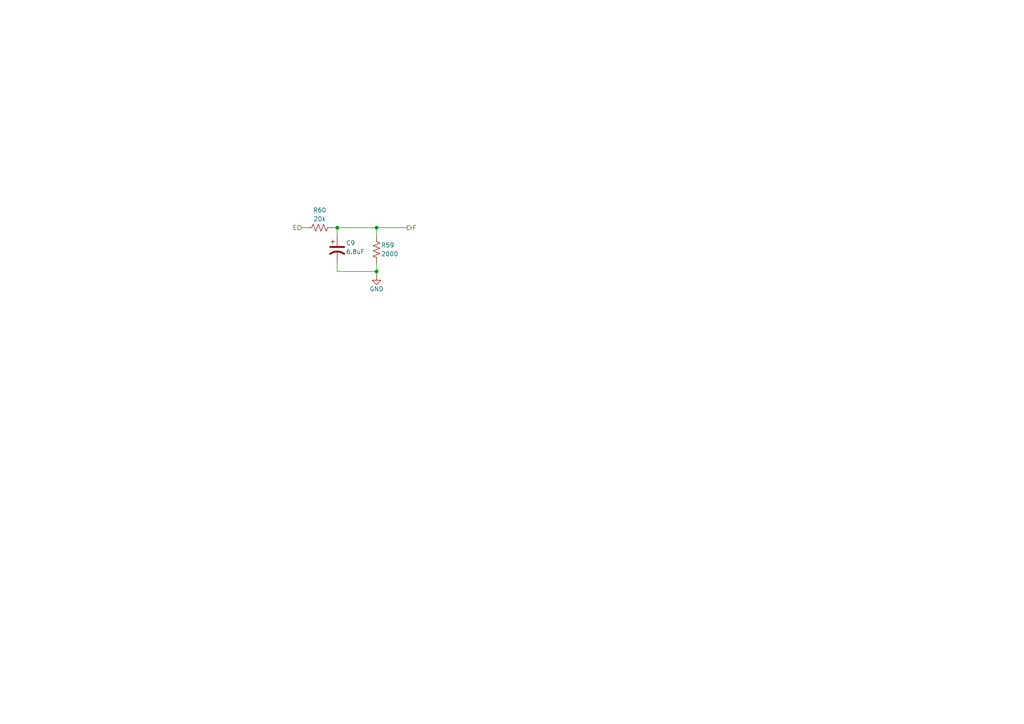
<source format=kicad_sch>
(kicad_sch (version 20231120) (generator "eeschema") (generator_version "8.0")
  (paper "A4")
  (lib_symbols
    (symbol "Device:C_Polarized_US" (pin_numbers hide) (pin_names (offset 0.254) hide)
      (property "Reference" "C" (at 0.635 2.54 0))
      (property "Value" "C_Polarized_US" (at 0.635 -2.54 0))
      (symbol "C_Polarized_US_0_1"
        (polyline (pts (xy -2.032 0.762) (xy 2.032 0.762)) (stroke (width 0.508)))
        (polyline (pts (xy -1.778 2.286) (xy -0.762 2.286)))
        (polyline (pts (xy -1.27 1.778) (xy -1.27 2.794)))
        (arc (start 2.032 -1.27) (mid 0 -0.5572) (end -2.032 -1.27) (stroke (width 0.508)))
      )
      (symbol "C_Polarized_US_1_1"
        (pin passive line (at 0 3.81 270) (length 2.794) (name "~") (number "1"))
        (pin passive line (at 0 -3.81 90) (length 3.302) (name "~") (number "2"))
      )
    )
    (symbol "Device:R_US" (pin_numbers hide) (pin_names (offset 0))
      (property "Reference" "R" (at 2.54 0 90))
      (property "Value" "R_US" (at -2.54 0 90))
      (symbol "R_US_0_1"
        (polyline (pts (xy 0 -2.286) (xy 0 -2.54)))
        (polyline (pts (xy 0 2.286) (xy 0 2.54)))
        (polyline (pts (xy 0 -0.762) (xy 1.016 -1.143) (xy 0 -1.524) (xy -1.016 -1.905) (xy 0 -2.286)))
        (polyline (pts (xy 0 0.762) (xy 1.016 0.381) (xy 0 0) (xy -1.016 -0.381) (xy 0 -0.762)))
        (polyline (pts (xy 0 2.286) (xy 1.016 1.905) (xy 0 1.524) (xy -1.016 1.143) (xy 0 0.762)))
      )
      (symbol "R_US_1_1"
        (pin passive line (at 0 3.81 270) (length 1.27) (name "~") (number "1"))
        (pin passive line (at 0 -3.81 90) (length 1.27) (name "~") (number "2"))
      )
    )
    (symbol "power:GND" (power) (pin_numbers hide) (pin_names (offset 0) hide)
      (property "Value" "GND" (at 0 -3.81 0))
      (symbol "GND_0_1"
        (polyline (pts (xy 0 0) (xy 0 -1.27) (xy 1.27 -1.27) (xy 0 -2.54) (xy -1.27 -1.27) (xy 0 -1.27)))
      )
      (symbol "GND_1_1"
        (pin power_in line (at 0 0 270) (length 0) (name "~") (number "1"))
      )
    )
  )
  (junction (at 109.22 78.74))
  (junction (at 109.22 66.04))
  (junction (at 97.79 66.04))
  (wire (pts (xy 97.79 78.74) (xy 109.22 78.74)))
  (wire (pts (xy 109.22 78.74) (xy 109.22 76.2)))
  (wire (pts (xy 109.22 66.04) (xy 109.22 68.58)))
  (wire (pts (xy 109.22 78.74) (xy 109.22 80.01)))
  (wire (pts (xy 109.22 66.04) (xy 118.11 66.04)))
  (wire (pts (xy 97.79 66.04) (xy 109.22 66.04)))
  (wire (pts (xy 97.79 76.2) (xy 97.79 78.74)))
  (wire (pts (xy 96.52 66.04) (xy 97.79 66.04)))
  (wire (pts (xy 97.79 66.04) (xy 97.79 68.58)))
  (wire (pts (xy 87.63 66.04) (xy 88.9 66.04)))
  (hierarchical_label "F" (shape output) (at 118.11 66.04 0))
  (hierarchical_label "E" (shape input) (at 87.63 66.04 180))
  (symbol (lib_id "Device:R_US") (at 109.22 72.39 180) (unit 1)
    (property "Reference" "R59" (at 110.49 71.12 0) (effects (justify right)))
    (property "Value" "2000" (at 110.49 73.66 0) (effects (justify right)))
    (property "Footprint" "Resistor_SMD:R_0603_1608Metric" (effects (hide yes)))
    (property "Description" "Resistor, US symbol" (effects (hide yes)))
    (instances (project "agc" (path "" (reference "R59") (unit 1)) (path "" (reference "R3") (unit 1)) (path "" (reference "R5") (unit 1)) (path "" (reference "R49") (unit 1)) (path "" (reference "R14") (unit 1)) (path "" (reference "R7") (unit 1)) (path "" (reference "R1") (unit 1)) (path "" (reference "R79") (unit 1)) (path "" (reference "R65") (unit 1))))
  )
  (symbol (lib_id "Device:R_US") (at 92.71 66.04 90) (unit 1)
    (property "Reference" "R60" (at 92.71 60.96 90))
    (property "Value" "20k" (at 92.71 63.5 90))
    (property "Footprint" "Resistor_SMD:R_0603_1608Metric" (effects (hide yes)))
    (property "Description" "Resistor, US symbol" (effects (hide yes)))
    (instances (project "agc" (path "" (reference "R60") (unit 1)) (path "" (reference "R4") (unit 1)) (path "" (reference "R6") (unit 1)) (path "" (reference "R50") (unit 1)) (path "" (reference "R15") (unit 1)) (path "" (reference "R8") (unit 1)) (path "" (reference "R2") (unit 1)) (path "" (reference "R80") (unit 1)) (path "" (reference "R66") (unit 1))))
  )
  (symbol (lib_id "Device:C_Polarized_US") (at 97.79 72.39 0) (unit 1)
    (property "Reference" "C9" (at 100.33 70.485 0) (effects (justify left)))
    (property "Value" "6.8uF" (at 100.33 73.025 0) (effects (justify left)))
    (property "Footprint" "Capacitor_Tantalum_SMD:CP_EIA-7343-31_Kemet-D" (effects (hide yes)))
    (property "Description" "Polarized capacitor, US symbol" (effects (hide yes)))
    (instances (project "agc" (path "" (reference "C9") (unit 1)) (path "" (reference "C2") (unit 1)) (path "" (reference "C3") (unit 1)) (path "" (reference "C7") (unit 1)) (path "" (reference "C5") (unit 1)) (path "" (reference "C4") (unit 1)) (path "" (reference "C1") (unit 1)) (path "" (reference "C12") (unit 1)) (path "" (reference "C11") (unit 1))))
  )
  (symbol (lib_id "power:GND") (at 109.22 80.01 0) (unit 1)
    (property "Reference" "#PWR050" (effects (hide yes)))
    (property "Value" "GND" (at 109.22 83.82 0))
    (property "Description" "Power symbol creates a global label with name \"GND\" , ground" (effects (hide yes)))
    (instances (project "agc" (path "" (reference "#PWR050") (unit 1)) (path "" (reference "#PWR055") (unit 1)) (path "" (reference "#PWR052") (unit 1)) (path "" (reference "#PWR048") (unit 1)) (path "" (reference "#PWR053") (unit 1)) (path "" (reference "#PWR054") (unit 1)) (path "" (reference "#PWR056") (unit 1)) (path "" (reference "#PWR051") (unit 1)) (path "" (reference "#PWR049") (unit 1))))
  )
)
</source>
